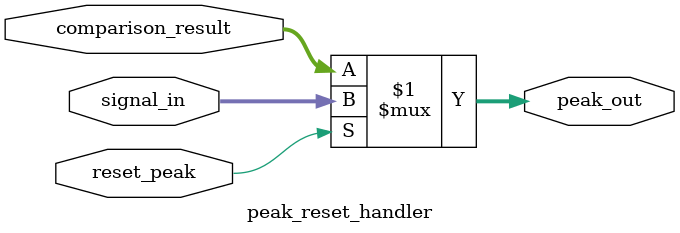
<source format=sv>
module async_peak_detector #(
    parameter W = 12
)(
    input [W-1:0] signal_in,
    input [W-1:0] current_peak,
    input reset_peak,
    output [W-1:0] peak_out
);
    wire [W-1:0] comparison_result;
    wire [W-1:0] reset_result;

    // Instantiate comparator submodule
    peak_comparator #(
        .WIDTH(W)
    ) comparator_inst (
        .in_signal(signal_in),
        .current_peak(current_peak),
        .greater_value(comparison_result)
    );

    // Instantiate reset handler submodule
    peak_reset_handler #(
        .WIDTH(W)
    ) reset_handler_inst (
        .signal_in(signal_in),
        .comparison_result(comparison_result),
        .reset_peak(reset_peak),
        .peak_out(peak_out)
    );
endmodule

// Submodule for comparing input signal with current peak
module peak_comparator #(
    parameter WIDTH = 12
)(
    input [WIDTH-1:0] in_signal,
    input [WIDTH-1:0] current_peak,
    output [WIDTH-1:0] greater_value
);
    // Compare input signal with current peak and select the greater value
    assign greater_value = (in_signal > current_peak) ? in_signal : current_peak;
endmodule

// Submodule for handling peak reset functionality
module peak_reset_handler #(
    parameter WIDTH = 12
)(
    input [WIDTH-1:0] signal_in,
    input [WIDTH-1:0] comparison_result,
    input reset_peak,
    output [WIDTH-1:0] peak_out
);
    // Select between reset value and comparison result
    assign peak_out = reset_peak ? signal_in : comparison_result;
endmodule
</source>
